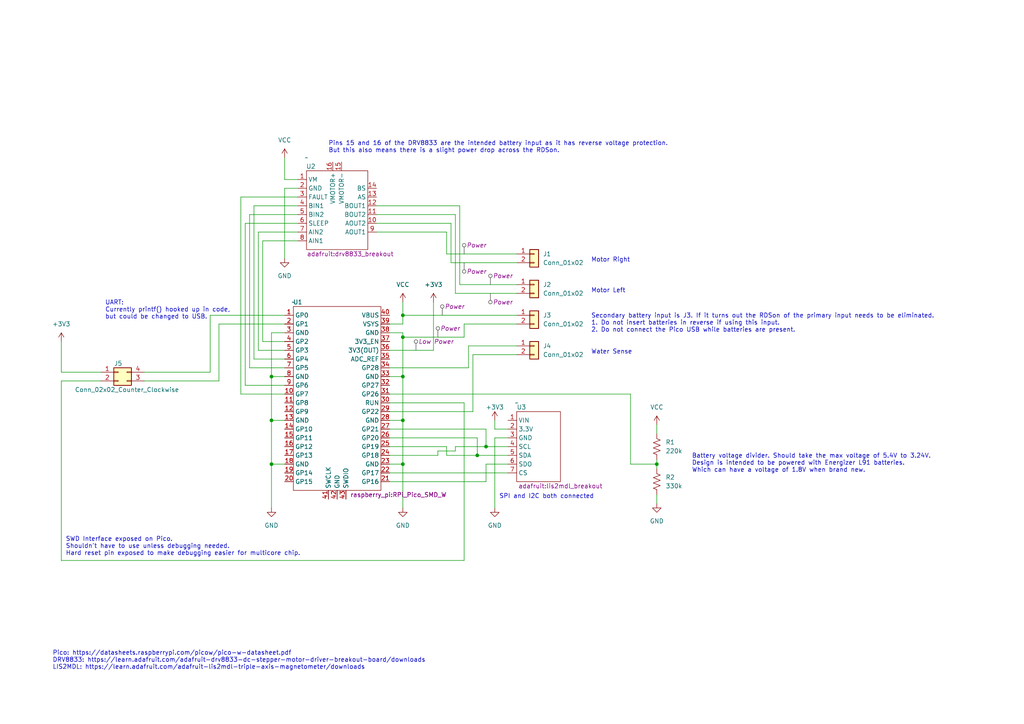
<source format=kicad_sch>
(kicad_sch (version 20230121) (generator eeschema)

  (uuid adb842c0-33ba-4e81-bd0d-80db0bf23605)

  (paper "A4")

  (title_block
    (title "Dancing Duck Carrier Board")
    (date "2024-07-12")
    (rev "Beta")
    (company "Shadow Grove Lab/Seattle Design Nerds")
    (comment 1 "Designer: Josh Erickson")
  )

  (lib_symbols
    (symbol "Connector_Generic:Conn_01x02" (pin_names (offset 1.016) hide) (in_bom yes) (on_board yes)
      (property "Reference" "J" (at 0 2.54 0)
        (effects (font (size 1.27 1.27)))
      )
      (property "Value" "Conn_01x02" (at 0 -5.08 0)
        (effects (font (size 1.27 1.27)))
      )
      (property "Footprint" "" (at 0 0 0)
        (effects (font (size 1.27 1.27)) hide)
      )
      (property "Datasheet" "~" (at 0 0 0)
        (effects (font (size 1.27 1.27)) hide)
      )
      (property "ki_keywords" "connector" (at 0 0 0)
        (effects (font (size 1.27 1.27)) hide)
      )
      (property "ki_description" "Generic connector, single row, 01x02, script generated (kicad-library-utils/schlib/autogen/connector/)" (at 0 0 0)
        (effects (font (size 1.27 1.27)) hide)
      )
      (property "ki_fp_filters" "Connector*:*_1x??_*" (at 0 0 0)
        (effects (font (size 1.27 1.27)) hide)
      )
      (symbol "Conn_01x02_1_1"
        (rectangle (start -1.27 -2.413) (end 0 -2.667)
          (stroke (width 0.1524) (type default))
          (fill (type none))
        )
        (rectangle (start -1.27 0.127) (end 0 -0.127)
          (stroke (width 0.1524) (type default))
          (fill (type none))
        )
        (rectangle (start -1.27 1.27) (end 1.27 -3.81)
          (stroke (width 0.254) (type default))
          (fill (type background))
        )
        (pin passive line (at -5.08 0 0) (length 3.81)
          (name "Pin_1" (effects (font (size 1.27 1.27))))
          (number "1" (effects (font (size 1.27 1.27))))
        )
        (pin passive line (at -5.08 -2.54 0) (length 3.81)
          (name "Pin_2" (effects (font (size 1.27 1.27))))
          (number "2" (effects (font (size 1.27 1.27))))
        )
      )
    )
    (symbol "Connector_Generic:Conn_02x02_Counter_Clockwise" (pin_names (offset 1.016) hide) (in_bom yes) (on_board yes)
      (property "Reference" "J" (at 1.27 2.54 0)
        (effects (font (size 1.27 1.27)))
      )
      (property "Value" "Conn_02x02_Counter_Clockwise" (at 1.27 -5.08 0)
        (effects (font (size 1.27 1.27)))
      )
      (property "Footprint" "" (at 0 0 0)
        (effects (font (size 1.27 1.27)) hide)
      )
      (property "Datasheet" "~" (at 0 0 0)
        (effects (font (size 1.27 1.27)) hide)
      )
      (property "ki_keywords" "connector" (at 0 0 0)
        (effects (font (size 1.27 1.27)) hide)
      )
      (property "ki_description" "Generic connector, double row, 02x02, counter clockwise pin numbering scheme (similar to DIP package numbering), script generated (kicad-library-utils/schlib/autogen/connector/)" (at 0 0 0)
        (effects (font (size 1.27 1.27)) hide)
      )
      (property "ki_fp_filters" "Connector*:*_2x??_*" (at 0 0 0)
        (effects (font (size 1.27 1.27)) hide)
      )
      (symbol "Conn_02x02_Counter_Clockwise_1_1"
        (rectangle (start -1.27 -2.413) (end 0 -2.667)
          (stroke (width 0.1524) (type default))
          (fill (type none))
        )
        (rectangle (start -1.27 0.127) (end 0 -0.127)
          (stroke (width 0.1524) (type default))
          (fill (type none))
        )
        (rectangle (start -1.27 1.27) (end 3.81 -3.81)
          (stroke (width 0.254) (type default))
          (fill (type background))
        )
        (rectangle (start 3.81 -2.413) (end 2.54 -2.667)
          (stroke (width 0.1524) (type default))
          (fill (type none))
        )
        (rectangle (start 3.81 0.127) (end 2.54 -0.127)
          (stroke (width 0.1524) (type default))
          (fill (type none))
        )
        (pin passive line (at -5.08 0 0) (length 3.81)
          (name "Pin_1" (effects (font (size 1.27 1.27))))
          (number "1" (effects (font (size 1.27 1.27))))
        )
        (pin passive line (at -5.08 -2.54 0) (length 3.81)
          (name "Pin_2" (effects (font (size 1.27 1.27))))
          (number "2" (effects (font (size 1.27 1.27))))
        )
        (pin passive line (at 7.62 -2.54 180) (length 3.81)
          (name "Pin_3" (effects (font (size 1.27 1.27))))
          (number "3" (effects (font (size 1.27 1.27))))
        )
        (pin passive line (at 7.62 0 180) (length 3.81)
          (name "Pin_4" (effects (font (size 1.27 1.27))))
          (number "4" (effects (font (size 1.27 1.27))))
        )
      )
    )
    (symbol "Device:R_US" (pin_numbers hide) (pin_names (offset 0)) (in_bom yes) (on_board yes)
      (property "Reference" "R" (at 2.54 0 90)
        (effects (font (size 1.27 1.27)))
      )
      (property "Value" "R_US" (at -2.54 0 90)
        (effects (font (size 1.27 1.27)))
      )
      (property "Footprint" "" (at 1.016 -0.254 90)
        (effects (font (size 1.27 1.27)) hide)
      )
      (property "Datasheet" "~" (at 0 0 0)
        (effects (font (size 1.27 1.27)) hide)
      )
      (property "ki_keywords" "R res resistor" (at 0 0 0)
        (effects (font (size 1.27 1.27)) hide)
      )
      (property "ki_description" "Resistor, US symbol" (at 0 0 0)
        (effects (font (size 1.27 1.27)) hide)
      )
      (property "ki_fp_filters" "R_*" (at 0 0 0)
        (effects (font (size 1.27 1.27)) hide)
      )
      (symbol "R_US_0_1"
        (polyline
          (pts
            (xy 0 -2.286)
            (xy 0 -2.54)
          )
          (stroke (width 0) (type default))
          (fill (type none))
        )
        (polyline
          (pts
            (xy 0 2.286)
            (xy 0 2.54)
          )
          (stroke (width 0) (type default))
          (fill (type none))
        )
        (polyline
          (pts
            (xy 0 -0.762)
            (xy 1.016 -1.143)
            (xy 0 -1.524)
            (xy -1.016 -1.905)
            (xy 0 -2.286)
          )
          (stroke (width 0) (type default))
          (fill (type none))
        )
        (polyline
          (pts
            (xy 0 0.762)
            (xy 1.016 0.381)
            (xy 0 0)
            (xy -1.016 -0.381)
            (xy 0 -0.762)
          )
          (stroke (width 0) (type default))
          (fill (type none))
        )
        (polyline
          (pts
            (xy 0 2.286)
            (xy 1.016 1.905)
            (xy 0 1.524)
            (xy -1.016 1.143)
            (xy 0 0.762)
          )
          (stroke (width 0) (type default))
          (fill (type none))
        )
      )
      (symbol "R_US_1_1"
        (pin passive line (at 0 3.81 270) (length 1.27)
          (name "~" (effects (font (size 1.27 1.27))))
          (number "1" (effects (font (size 1.27 1.27))))
        )
        (pin passive line (at 0 -3.81 90) (length 1.27)
          (name "~" (effects (font (size 1.27 1.27))))
          (number "2" (effects (font (size 1.27 1.27))))
        )
      )
    )
    (symbol "adafruit:drv8833_breakout" (in_bom yes) (on_board yes)
      (property "Reference" "U" (at 0 0 0)
        (effects (font (size 1.27 1.27)))
      )
      (property "Value" "" (at 0 0 0)
        (effects (font (size 1.27 1.27)))
      )
      (property "Footprint" "adafruit:drv8833_breakout" (at 12.7 -27.94 0)
        (effects (font (size 1.27 1.27)) hide)
      )
      (property "Datasheet" "" (at 0 0 0)
        (effects (font (size 1.27 1.27)) hide)
      )
      (symbol "drv8833_breakout_0_1"
        (rectangle (start 0 -3.81) (end 17.78 -26.67)
          (stroke (width 0) (type default))
          (fill (type none))
        )
      )
      (symbol "drv8833_breakout_1_1"
        (pin power_in line (at -2.54 -6.35 0) (length 2.54)
          (name "VM" (effects (font (size 1.27 1.27))))
          (number "1" (effects (font (size 1.27 1.27))))
        )
        (pin output line (at 20.32 -19.05 180) (length 2.54)
          (name "AOUT2" (effects (font (size 1.27 1.27))))
          (number "10" (effects (font (size 1.27 1.27))))
        )
        (pin output line (at 20.32 -16.51 180) (length 2.54)
          (name "BOUT2" (effects (font (size 1.27 1.27))))
          (number "11" (effects (font (size 1.27 1.27))))
        )
        (pin output line (at 20.32 -13.97 180) (length 2.54)
          (name "BOUT1" (effects (font (size 1.27 1.27))))
          (number "12" (effects (font (size 1.27 1.27))))
        )
        (pin output line (at 20.32 -11.43 180) (length 2.54)
          (name "AS" (effects (font (size 1.27 1.27))))
          (number "13" (effects (font (size 1.27 1.27))))
        )
        (pin output line (at 20.32 -8.89 180) (length 2.54)
          (name "BS" (effects (font (size 1.27 1.27))))
          (number "14" (effects (font (size 1.27 1.27))))
        )
        (pin power_in line (at 10.16 -1.27 270) (length 2.54)
          (name "VMOTOR-" (effects (font (size 1.27 1.27))))
          (number "15" (effects (font (size 1.27 1.27))))
        )
        (pin power_in line (at 7.62 -1.27 270) (length 2.54)
          (name "VMOTOR+" (effects (font (size 1.27 1.27))))
          (number "16" (effects (font (size 1.27 1.27))))
        )
        (pin power_in line (at -2.54 -8.89 0) (length 2.54)
          (name "GND" (effects (font (size 1.27 1.27))))
          (number "2" (effects (font (size 1.27 1.27))))
        )
        (pin output line (at -2.54 -11.43 0) (length 2.54)
          (name "FAULT" (effects (font (size 1.27 1.27))))
          (number "3" (effects (font (size 1.27 1.27))))
        )
        (pin input line (at -2.54 -13.97 0) (length 2.54)
          (name "BIN1" (effects (font (size 1.27 1.27))))
          (number "4" (effects (font (size 1.27 1.27))))
        )
        (pin input line (at -2.54 -16.51 0) (length 2.54)
          (name "BIN2" (effects (font (size 1.27 1.27))))
          (number "5" (effects (font (size 1.27 1.27))))
        )
        (pin input line (at -2.54 -19.05 0) (length 2.54)
          (name "SLEEP" (effects (font (size 1.27 1.27))))
          (number "6" (effects (font (size 1.27 1.27))))
        )
        (pin input line (at -2.54 -21.59 0) (length 2.54)
          (name "AIN2" (effects (font (size 1.27 1.27))))
          (number "7" (effects (font (size 1.27 1.27))))
        )
        (pin input line (at -2.54 -24.13 0) (length 2.54)
          (name "AIN1" (effects (font (size 1.27 1.27))))
          (number "8" (effects (font (size 1.27 1.27))))
        )
        (pin output line (at 20.32 -21.59 180) (length 2.54)
          (name "AOUT1" (effects (font (size 1.27 1.27))))
          (number "9" (effects (font (size 1.27 1.27))))
        )
      )
    )
    (symbol "adafruit:lis2mdl_breakout" (in_bom yes) (on_board yes)
      (property "Reference" "U" (at 0 0 0)
        (effects (font (size 1.27 1.27)))
      )
      (property "Value" "" (at 0 0 0)
        (effects (font (size 1.27 1.27)))
      )
      (property "Footprint" "adafruit:lis2mdl_breakout" (at 12.7 -24.13 0)
        (effects (font (size 1.27 1.27)) hide)
      )
      (property "Datasheet" "" (at 0 0 0)
        (effects (font (size 1.27 1.27)) hide)
      )
      (symbol "lis2mdl_breakout_0_1"
        (rectangle (start 0 -2.54) (end 12.7 -22.86)
          (stroke (width 0) (type default))
          (fill (type none))
        )
      )
      (symbol "lis2mdl_breakout_1_1"
        (pin power_in line (at -2.54 -5.08 0) (length 2.54)
          (name "VIN" (effects (font (size 1.27 1.27))))
          (number "1" (effects (font (size 1.27 1.27))))
        )
        (pin power_in line (at -2.54 -7.62 0) (length 2.54)
          (name "3.3V" (effects (font (size 1.27 1.27))))
          (number "2" (effects (font (size 1.27 1.27))))
        )
        (pin power_in line (at -2.54 -10.16 0) (length 2.54)
          (name "GND" (effects (font (size 1.27 1.27))))
          (number "3" (effects (font (size 1.27 1.27))))
        )
        (pin input line (at -2.54 -12.7 0) (length 2.54)
          (name "SCL" (effects (font (size 1.27 1.27))))
          (number "4" (effects (font (size 1.27 1.27))))
        )
        (pin bidirectional line (at -2.54 -15.24 0) (length 2.54)
          (name "SDA" (effects (font (size 1.27 1.27))))
          (number "5" (effects (font (size 1.27 1.27))))
        )
        (pin output line (at -2.54 -17.78 0) (length 2.54)
          (name "SDO" (effects (font (size 1.27 1.27))))
          (number "6" (effects (font (size 1.27 1.27))))
        )
        (pin input line (at -2.54 -20.32 0) (length 2.54)
          (name "CS" (effects (font (size 1.27 1.27))))
          (number "7" (effects (font (size 1.27 1.27))))
        )
      )
    )
    (symbol "power:+3V3" (power) (pin_names (offset 0)) (in_bom yes) (on_board yes)
      (property "Reference" "#PWR" (at 0 -3.81 0)
        (effects (font (size 1.27 1.27)) hide)
      )
      (property "Value" "+3V3" (at 0 3.556 0)
        (effects (font (size 1.27 1.27)))
      )
      (property "Footprint" "" (at 0 0 0)
        (effects (font (size 1.27 1.27)) hide)
      )
      (property "Datasheet" "" (at 0 0 0)
        (effects (font (size 1.27 1.27)) hide)
      )
      (property "ki_keywords" "global power" (at 0 0 0)
        (effects (font (size 1.27 1.27)) hide)
      )
      (property "ki_description" "Power symbol creates a global label with name \"+3V3\"" (at 0 0 0)
        (effects (font (size 1.27 1.27)) hide)
      )
      (symbol "+3V3_0_1"
        (polyline
          (pts
            (xy -0.762 1.27)
            (xy 0 2.54)
          )
          (stroke (width 0) (type default))
          (fill (type none))
        )
        (polyline
          (pts
            (xy 0 0)
            (xy 0 2.54)
          )
          (stroke (width 0) (type default))
          (fill (type none))
        )
        (polyline
          (pts
            (xy 0 2.54)
            (xy 0.762 1.27)
          )
          (stroke (width 0) (type default))
          (fill (type none))
        )
      )
      (symbol "+3V3_1_1"
        (pin power_in line (at 0 0 90) (length 0) hide
          (name "+3V3" (effects (font (size 1.27 1.27))))
          (number "1" (effects (font (size 1.27 1.27))))
        )
      )
    )
    (symbol "power:GND" (power) (pin_names (offset 0)) (in_bom yes) (on_board yes)
      (property "Reference" "#PWR" (at 0 -6.35 0)
        (effects (font (size 1.27 1.27)) hide)
      )
      (property "Value" "GND" (at 0 -3.81 0)
        (effects (font (size 1.27 1.27)))
      )
      (property "Footprint" "" (at 0 0 0)
        (effects (font (size 1.27 1.27)) hide)
      )
      (property "Datasheet" "" (at 0 0 0)
        (effects (font (size 1.27 1.27)) hide)
      )
      (property "ki_keywords" "global power" (at 0 0 0)
        (effects (font (size 1.27 1.27)) hide)
      )
      (property "ki_description" "Power symbol creates a global label with name \"GND\" , ground" (at 0 0 0)
        (effects (font (size 1.27 1.27)) hide)
      )
      (symbol "GND_0_1"
        (polyline
          (pts
            (xy 0 0)
            (xy 0 -1.27)
            (xy 1.27 -1.27)
            (xy 0 -2.54)
            (xy -1.27 -1.27)
            (xy 0 -1.27)
          )
          (stroke (width 0) (type default))
          (fill (type none))
        )
      )
      (symbol "GND_1_1"
        (pin power_in line (at 0 0 270) (length 0) hide
          (name "GND" (effects (font (size 1.27 1.27))))
          (number "1" (effects (font (size 1.27 1.27))))
        )
      )
    )
    (symbol "power:VCC" (power) (pin_names (offset 0)) (in_bom yes) (on_board yes)
      (property "Reference" "#PWR" (at 0 -3.81 0)
        (effects (font (size 1.27 1.27)) hide)
      )
      (property "Value" "VCC" (at 0 3.81 0)
        (effects (font (size 1.27 1.27)))
      )
      (property "Footprint" "" (at 0 0 0)
        (effects (font (size 1.27 1.27)) hide)
      )
      (property "Datasheet" "" (at 0 0 0)
        (effects (font (size 1.27 1.27)) hide)
      )
      (property "ki_keywords" "global power" (at 0 0 0)
        (effects (font (size 1.27 1.27)) hide)
      )
      (property "ki_description" "Power symbol creates a global label with name \"VCC\"" (at 0 0 0)
        (effects (font (size 1.27 1.27)) hide)
      )
      (symbol "VCC_0_1"
        (polyline
          (pts
            (xy -0.762 1.27)
            (xy 0 2.54)
          )
          (stroke (width 0) (type default))
          (fill (type none))
        )
        (polyline
          (pts
            (xy 0 0)
            (xy 0 2.54)
          )
          (stroke (width 0) (type default))
          (fill (type none))
        )
        (polyline
          (pts
            (xy 0 2.54)
            (xy 0.762 1.27)
          )
          (stroke (width 0) (type default))
          (fill (type none))
        )
      )
      (symbol "VCC_1_1"
        (pin power_in line (at 0 0 90) (length 0) hide
          (name "VCC" (effects (font (size 1.27 1.27))))
          (number "1" (effects (font (size 1.27 1.27))))
        )
      )
    )
    (symbol "raspberry_pi:pico_w" (in_bom yes) (on_board yes)
      (property "Reference" "U" (at 0 0 0)
        (effects (font (size 1.27 1.27)))
      )
      (property "Value" "" (at 0 0 0)
        (effects (font (size 1.27 1.27)))
      )
      (property "Footprint" "raspberry_pi:RPi_Pico_SMD_W" (at 31.75 -55.88 0)
        (effects (font (size 1.27 1.27)) hide)
      )
      (property "Datasheet" "" (at 0 0 0)
        (effects (font (size 1.27 1.27)) hide)
      )
      (symbol "pico_w_1_1"
        (rectangle (start 0 -1.27) (end 25.4 -54.61)
          (stroke (width 0) (type default))
          (fill (type none))
        )
        (pin bidirectional line (at -2.54 -3.81 0) (length 2.54)
          (name "GP0" (effects (font (size 1.27 1.27))))
          (number "1" (effects (font (size 1.27 1.27))))
        )
        (pin bidirectional line (at -2.54 -26.67 0) (length 2.54)
          (name "GP7" (effects (font (size 1.27 1.27))))
          (number "10" (effects (font (size 1.27 1.27))))
        )
        (pin bidirectional line (at -2.54 -29.21 0) (length 2.54)
          (name "GP8" (effects (font (size 1.27 1.27))))
          (number "11" (effects (font (size 1.27 1.27))))
        )
        (pin bidirectional line (at -2.54 -31.75 0) (length 2.54)
          (name "GP9" (effects (font (size 1.27 1.27))))
          (number "12" (effects (font (size 1.27 1.27))))
        )
        (pin power_in line (at -2.54 -34.29 0) (length 2.54)
          (name "GND" (effects (font (size 1.27 1.27))))
          (number "13" (effects (font (size 1.27 1.27))))
        )
        (pin bidirectional line (at -2.54 -36.83 0) (length 2.54)
          (name "GP10" (effects (font (size 1.27 1.27))))
          (number "14" (effects (font (size 1.27 1.27))))
        )
        (pin bidirectional line (at -2.54 -39.37 0) (length 2.54)
          (name "GP11" (effects (font (size 1.27 1.27))))
          (number "15" (effects (font (size 1.27 1.27))))
        )
        (pin bidirectional line (at -2.54 -41.91 0) (length 2.54)
          (name "GP12" (effects (font (size 1.27 1.27))))
          (number "16" (effects (font (size 1.27 1.27))))
        )
        (pin bidirectional line (at -2.54 -44.45 0) (length 2.54)
          (name "GP13" (effects (font (size 1.27 1.27))))
          (number "17" (effects (font (size 1.27 1.27))))
        )
        (pin power_in line (at -2.54 -46.99 0) (length 2.54)
          (name "GND" (effects (font (size 1.27 1.27))))
          (number "18" (effects (font (size 1.27 1.27))))
        )
        (pin bidirectional line (at -2.54 -49.53 0) (length 2.54)
          (name "GP14" (effects (font (size 1.27 1.27))))
          (number "19" (effects (font (size 1.27 1.27))))
        )
        (pin bidirectional line (at -2.54 -6.35 0) (length 2.54)
          (name "GP1" (effects (font (size 1.27 1.27))))
          (number "2" (effects (font (size 1.27 1.27))))
        )
        (pin bidirectional line (at -2.54 -52.07 0) (length 2.54)
          (name "GP15" (effects (font (size 1.27 1.27))))
          (number "20" (effects (font (size 1.27 1.27))))
        )
        (pin bidirectional line (at 27.94 -52.07 180) (length 2.54)
          (name "GP16" (effects (font (size 1.27 1.27))))
          (number "21" (effects (font (size 1.27 1.27))))
        )
        (pin bidirectional line (at 27.94 -49.53 180) (length 2.54)
          (name "GP17" (effects (font (size 1.27 1.27))))
          (number "22" (effects (font (size 1.27 1.27))))
        )
        (pin power_in line (at 27.94 -46.99 180) (length 2.54)
          (name "GND" (effects (font (size 1.27 1.27))))
          (number "23" (effects (font (size 1.27 1.27))))
        )
        (pin bidirectional line (at 27.94 -44.45 180) (length 2.54)
          (name "GP18" (effects (font (size 1.27 1.27))))
          (number "24" (effects (font (size 1.27 1.27))))
        )
        (pin bidirectional line (at 27.94 -41.91 180) (length 2.54)
          (name "GP19" (effects (font (size 1.27 1.27))))
          (number "25" (effects (font (size 1.27 1.27))))
        )
        (pin bidirectional line (at 27.94 -39.37 180) (length 2.54)
          (name "GP20" (effects (font (size 1.27 1.27))))
          (number "26" (effects (font (size 1.27 1.27))))
        )
        (pin bidirectional line (at 27.94 -36.83 180) (length 2.54)
          (name "GP21" (effects (font (size 1.27 1.27))))
          (number "27" (effects (font (size 1.27 1.27))))
        )
        (pin power_in line (at 27.94 -34.29 180) (length 2.54)
          (name "GND" (effects (font (size 1.27 1.27))))
          (number "28" (effects (font (size 1.27 1.27))))
        )
        (pin bidirectional line (at 27.94 -31.75 180) (length 2.54)
          (name "GP22" (effects (font (size 1.27 1.27))))
          (number "29" (effects (font (size 1.27 1.27))))
        )
        (pin power_in line (at -2.54 -8.89 0) (length 2.54)
          (name "GND" (effects (font (size 1.27 1.27))))
          (number "3" (effects (font (size 1.27 1.27))))
        )
        (pin input line (at 27.94 -29.21 180) (length 2.54)
          (name "RUN" (effects (font (size 1.27 1.27))))
          (number "30" (effects (font (size 1.27 1.27))))
        )
        (pin bidirectional line (at 27.94 -26.67 180) (length 2.54)
          (name "GP26" (effects (font (size 1.27 1.27))))
          (number "31" (effects (font (size 1.27 1.27))))
        )
        (pin bidirectional line (at 27.94 -24.13 180) (length 2.54)
          (name "GP27" (effects (font (size 1.27 1.27))))
          (number "32" (effects (font (size 1.27 1.27))))
        )
        (pin power_in line (at 27.94 -21.59 180) (length 2.54)
          (name "GND" (effects (font (size 1.27 1.27))))
          (number "33" (effects (font (size 1.27 1.27))))
        )
        (pin bidirectional line (at 27.94 -19.05 180) (length 2.54)
          (name "GP28" (effects (font (size 1.27 1.27))))
          (number "34" (effects (font (size 1.27 1.27))))
        )
        (pin input line (at 27.94 -16.51 180) (length 2.54)
          (name "ADC_REF" (effects (font (size 1.27 1.27))))
          (number "35" (effects (font (size 1.27 1.27))))
        )
        (pin power_out line (at 27.94 -13.97 180) (length 2.54)
          (name "3V3(OUT)" (effects (font (size 1.27 1.27))))
          (number "36" (effects (font (size 1.27 1.27))))
        )
        (pin input line (at 27.94 -11.43 180) (length 2.54)
          (name "3V3_EN" (effects (font (size 1.27 1.27))))
          (number "37" (effects (font (size 1.27 1.27))))
        )
        (pin power_in line (at 27.94 -8.89 180) (length 2.54)
          (name "GND" (effects (font (size 1.27 1.27))))
          (number "38" (effects (font (size 1.27 1.27))))
        )
        (pin power_in line (at 27.94 -6.35 180) (length 2.54)
          (name "VSYS" (effects (font (size 1.27 1.27))))
          (number "39" (effects (font (size 1.27 1.27))))
        )
        (pin bidirectional line (at -2.54 -11.43 0) (length 2.54)
          (name "GP2" (effects (font (size 1.27 1.27))))
          (number "4" (effects (font (size 1.27 1.27))))
        )
        (pin power_out line (at 27.94 -3.81 180) (length 2.54)
          (name "VBUS" (effects (font (size 1.27 1.27))))
          (number "40" (effects (font (size 1.27 1.27))))
        )
        (pin bidirectional line (at 10.16 -57.15 90) (length 2.54)
          (name "SWCLK" (effects (font (size 1.27 1.27))))
          (number "41" (effects (font (size 1.27 1.27))))
        )
        (pin power_in line (at 12.7 -57.15 90) (length 2.54)
          (name "GND" (effects (font (size 1.27 1.27))))
          (number "42" (effects (font (size 1.27 1.27))))
        )
        (pin bidirectional line (at 15.24 -57.15 90) (length 2.54)
          (name "SWDIO" (effects (font (size 1.27 1.27))))
          (number "43" (effects (font (size 1.27 1.27))))
        )
        (pin bidirectional line (at -2.54 -13.97 0) (length 2.54)
          (name "GP3" (effects (font (size 1.27 1.27))))
          (number "5" (effects (font (size 1.27 1.27))))
        )
        (pin bidirectional line (at -2.54 -16.51 0) (length 2.54)
          (name "GP4" (effects (font (size 1.27 1.27))))
          (number "6" (effects (font (size 1.27 1.27))))
        )
        (pin bidirectional line (at -2.54 -19.05 0) (length 2.54)
          (name "GP5" (effects (font (size 1.27 1.27))))
          (number "7" (effects (font (size 1.27 1.27))))
        )
        (pin power_in line (at -2.54 -21.59 0) (length 2.54)
          (name "GND" (effects (font (size 1.27 1.27))))
          (number "8" (effects (font (size 1.27 1.27))))
        )
        (pin bidirectional line (at -2.54 -24.13 0) (length 2.54)
          (name "GP6" (effects (font (size 1.27 1.27))))
          (number "9" (effects (font (size 1.27 1.27))))
        )
      )
    )
  )

  (junction (at 78.74 121.92) (diameter 0) (color 0 0 0 0)
    (uuid 063e22ec-32f2-410e-ba5b-8e8ebf3509b6)
  )
  (junction (at 140.97 129.54) (diameter 0) (color 0 0 0 0)
    (uuid 2a70ee66-47df-4d95-ac3a-ad78ebe603f8)
  )
  (junction (at 116.84 109.22) (diameter 0) (color 0 0 0 0)
    (uuid 361ac8aa-cce5-41af-abf9-da07bab6246c)
  )
  (junction (at 78.74 109.22) (diameter 0) (color 0 0 0 0)
    (uuid 4b3eb274-adc8-45be-ae2a-8adc5b70b2e7)
  )
  (junction (at 78.74 134.62) (diameter 0) (color 0 0 0 0)
    (uuid 8a113d15-97ab-43aa-8a2f-f1810101b796)
  )
  (junction (at 116.84 121.92) (diameter 0) (color 0 0 0 0)
    (uuid 9e8a02e3-128b-4aec-bf42-02d46b4ef43a)
  )
  (junction (at 190.5 134.62) (diameter 0) (color 0 0 0 0)
    (uuid b0835425-30be-4b22-9da0-29fddf518cbb)
  )
  (junction (at 116.84 91.44) (diameter 0) (color 0 0 0 0)
    (uuid b96dae11-03ad-4fcc-a157-ff2fb2311342)
  )
  (junction (at 138.43 132.08) (diameter 0) (color 0 0 0 0)
    (uuid d8cd65a0-cfed-4579-8278-3ca33bb21ee3)
  )
  (junction (at 116.84 97.79) (diameter 0) (color 0 0 0 0)
    (uuid fd269d65-c204-4b09-9931-aa8dc8433760)
  )
  (junction (at 116.84 134.62) (diameter 0) (color 0 0 0 0)
    (uuid fe3a9436-d9b4-403f-ba55-745c0ffed912)
  )

  (wire (pts (xy 86.36 52.07) (xy 82.55 52.07))
    (stroke (width 0) (type default))
    (uuid 064d6dd8-af9e-4469-9d5c-47c2b2bcc5b9)
  )
  (wire (pts (xy 113.03 139.7) (xy 140.97 139.7))
    (stroke (width 0) (type default))
    (uuid 06769554-92ee-497c-8d93-fb0f13413956)
  )
  (wire (pts (xy 113.03 124.46) (xy 140.97 124.46))
    (stroke (width 0) (type default))
    (uuid 06a1003b-2fed-49c2-b85e-32dd8c150a4d)
  )
  (wire (pts (xy 113.03 114.3) (xy 182.88 114.3))
    (stroke (width 0) (type default))
    (uuid 0717fa8d-3903-471e-b547-97946456d0a8)
  )
  (wire (pts (xy 134.62 162.56) (xy 134.62 116.84))
    (stroke (width 0) (type default))
    (uuid 07a7fea6-f447-4fea-b97f-97f09e33d955)
  )
  (wire (pts (xy 78.74 109.22) (xy 78.74 121.92))
    (stroke (width 0) (type default))
    (uuid 07cffcf1-8599-4c6b-b484-854e9e5c390c)
  )
  (wire (pts (xy 113.03 101.6) (xy 125.73 101.6))
    (stroke (width 0) (type default))
    (uuid 0c4df8d8-0d8b-4900-888f-21a113ea78ec)
  )
  (wire (pts (xy 127 132.08) (xy 127 130.81))
    (stroke (width 0) (type default))
    (uuid 0e84c37a-b1aa-4f1f-b06b-efd63f0a45df)
  )
  (wire (pts (xy 113.03 134.62) (xy 116.84 134.62))
    (stroke (width 0) (type default))
    (uuid 0fca7e1b-a111-4ba1-80a9-48e89fc67615)
  )
  (wire (pts (xy 143.51 124.46) (xy 147.32 124.46))
    (stroke (width 0) (type default))
    (uuid 10383359-282d-4334-9710-1f46b5966ad5)
  )
  (wire (pts (xy 71.12 111.76) (xy 71.12 64.77))
    (stroke (width 0) (type default))
    (uuid 179cee77-934a-4e25-965c-7b83535304f6)
  )
  (wire (pts (xy 60.96 91.44) (xy 82.55 91.44))
    (stroke (width 0) (type default))
    (uuid 180ca4d7-596d-4118-b6e8-75b586b21032)
  )
  (wire (pts (xy 129.54 132.08) (xy 138.43 132.08))
    (stroke (width 0) (type default))
    (uuid 19080d06-a20e-45ed-907f-0ca437f5f963)
  )
  (wire (pts (xy 132.08 130.81) (xy 132.08 129.54))
    (stroke (width 0) (type default))
    (uuid 1a3b4d2b-1e69-4b23-ae17-fb6ad7b87709)
  )
  (wire (pts (xy 109.22 59.69) (xy 133.35 59.69))
    (stroke (width 0) (type default))
    (uuid 1adc8e7a-7e08-4216-8a0a-50aba06d16a1)
  )
  (wire (pts (xy 182.88 134.62) (xy 190.5 134.62))
    (stroke (width 0) (type default))
    (uuid 1b61b9ae-a4eb-46d8-b53e-0fcee3d4e362)
  )
  (wire (pts (xy 190.5 133.35) (xy 190.5 134.62))
    (stroke (width 0) (type default))
    (uuid 1d137ad5-cfec-4eb6-86af-4f94ed3f3598)
  )
  (wire (pts (xy 147.32 127) (xy 143.51 127))
    (stroke (width 0) (type default))
    (uuid 1ecc165d-faa4-45d0-928d-dccb334e421a)
  )
  (wire (pts (xy 132.08 129.54) (xy 140.97 129.54))
    (stroke (width 0) (type default))
    (uuid 20061d62-e601-4d68-a657-995b41f35baa)
  )
  (wire (pts (xy 82.55 106.68) (xy 72.39 106.68))
    (stroke (width 0) (type default))
    (uuid 22470e6f-d298-4232-8307-ef8cb450bcb9)
  )
  (wire (pts (xy 132.08 62.23) (xy 132.08 85.09))
    (stroke (width 0) (type default))
    (uuid 23b87f79-b952-45c1-86ce-f1d64c577421)
  )
  (wire (pts (xy 133.35 82.55) (xy 149.86 82.55))
    (stroke (width 0) (type default))
    (uuid 27b22466-0488-48f6-ae50-2c4196bba3c6)
  )
  (wire (pts (xy 116.84 91.44) (xy 149.86 91.44))
    (stroke (width 0) (type default))
    (uuid 2f53eea6-2398-4eb2-b7e6-b4f6d84fd85b)
  )
  (wire (pts (xy 71.12 64.77) (xy 86.36 64.77))
    (stroke (width 0) (type default))
    (uuid 3149997d-ad1e-4230-aad0-dd614c780ae7)
  )
  (wire (pts (xy 113.03 129.54) (xy 129.54 129.54))
    (stroke (width 0) (type default))
    (uuid 346f7708-bd56-4498-96d9-dc1d7937d9bf)
  )
  (wire (pts (xy 78.74 134.62) (xy 78.74 147.32))
    (stroke (width 0) (type default))
    (uuid 347dd2cf-e47e-449c-b313-20bae5a5c902)
  )
  (wire (pts (xy 41.91 110.49) (xy 63.5 110.49))
    (stroke (width 0) (type default))
    (uuid 3721b959-e563-47d1-8fc2-6bb759da37ce)
  )
  (wire (pts (xy 82.55 99.06) (xy 76.2 99.06))
    (stroke (width 0) (type default))
    (uuid 3ba34986-785e-409a-b2f3-54c1481330c2)
  )
  (wire (pts (xy 17.78 107.95) (xy 17.78 99.06))
    (stroke (width 0) (type default))
    (uuid 3bcf0f67-0ff1-42e2-ade0-123eacd02526)
  )
  (wire (pts (xy 72.39 62.23) (xy 86.36 62.23))
    (stroke (width 0) (type default))
    (uuid 3bf89a8d-70a7-4fa9-aae5-ba2bd32a9c82)
  )
  (wire (pts (xy 134.62 93.98) (xy 134.62 97.79))
    (stroke (width 0) (type default))
    (uuid 3e907d41-8df6-4062-bb91-18a5dc6b5fce)
  )
  (wire (pts (xy 82.55 54.61) (xy 86.36 54.61))
    (stroke (width 0) (type default))
    (uuid 3fe7e553-8254-493d-8e2b-7f97ec0dc34a)
  )
  (wire (pts (xy 116.84 134.62) (xy 116.84 147.32))
    (stroke (width 0) (type default))
    (uuid 4155ab17-8128-4664-8549-e6554344f6e1)
  )
  (wire (pts (xy 182.88 114.3) (xy 182.88 134.62))
    (stroke (width 0) (type default))
    (uuid 425dd525-b3a5-4d01-a755-f46b46d775a6)
  )
  (wire (pts (xy 116.84 109.22) (xy 116.84 121.92))
    (stroke (width 0) (type default))
    (uuid 432869a9-6ebb-43ca-b42c-af85c8aa8dd8)
  )
  (wire (pts (xy 113.03 127) (xy 138.43 127))
    (stroke (width 0) (type default))
    (uuid 4a3159f4-730f-4b15-a622-1e36c3f7dc97)
  )
  (wire (pts (xy 113.03 96.52) (xy 116.84 96.52))
    (stroke (width 0) (type default))
    (uuid 4a6a85d6-1cb7-4f0f-9064-996250a2df45)
  )
  (wire (pts (xy 76.2 99.06) (xy 76.2 69.85))
    (stroke (width 0) (type default))
    (uuid 4ad6b1f2-25b3-46f6-b35e-59fc1f437f19)
  )
  (wire (pts (xy 133.35 59.69) (xy 133.35 82.55))
    (stroke (width 0) (type default))
    (uuid 4b92480b-45cd-4f09-a5de-a437bd1a74c1)
  )
  (wire (pts (xy 190.5 123.19) (xy 190.5 125.73))
    (stroke (width 0) (type default))
    (uuid 500295e6-df8c-44a4-bc84-43bd7a14c614)
  )
  (wire (pts (xy 129.54 67.31) (xy 129.54 73.66))
    (stroke (width 0) (type default))
    (uuid 5137abf8-49d3-45f2-9bd1-328626fd62b6)
  )
  (wire (pts (xy 73.66 59.69) (xy 86.36 59.69))
    (stroke (width 0) (type default))
    (uuid 51d16187-2724-49d4-ba2a-297a66ddbb70)
  )
  (wire (pts (xy 140.97 129.54) (xy 147.32 129.54))
    (stroke (width 0) (type default))
    (uuid 59a637c9-d4a3-4317-b502-df0953a69b9a)
  )
  (wire (pts (xy 140.97 124.46) (xy 140.97 129.54))
    (stroke (width 0) (type default))
    (uuid 59ea62e7-f14a-4eb9-ac9f-20b7a17154f8)
  )
  (wire (pts (xy 116.84 96.52) (xy 116.84 97.79))
    (stroke (width 0) (type default))
    (uuid 5c6cf968-2097-4626-9916-9b5362457709)
  )
  (wire (pts (xy 41.91 107.95) (xy 60.96 107.95))
    (stroke (width 0) (type default))
    (uuid 5e340e14-8980-4aff-8d74-b52682e3e5dc)
  )
  (wire (pts (xy 138.43 127) (xy 138.43 132.08))
    (stroke (width 0) (type default))
    (uuid 65503e67-7925-4f74-bcab-ff413d984430)
  )
  (wire (pts (xy 109.22 64.77) (xy 130.81 64.77))
    (stroke (width 0) (type default))
    (uuid 6574450d-2987-4eea-b602-8c68b3753fe3)
  )
  (wire (pts (xy 134.62 97.79) (xy 116.84 97.79))
    (stroke (width 0) (type default))
    (uuid 6de438b3-e283-44dd-bb37-93aab18494a4)
  )
  (wire (pts (xy 73.66 104.14) (xy 73.66 59.69))
    (stroke (width 0) (type default))
    (uuid 6f40f9b4-c83c-45cd-9e46-33073ec757e2)
  )
  (wire (pts (xy 130.81 76.2) (xy 149.86 76.2))
    (stroke (width 0) (type default))
    (uuid 70a824e2-5282-4856-b89d-0a2e82a1858c)
  )
  (wire (pts (xy 82.55 104.14) (xy 73.66 104.14))
    (stroke (width 0) (type default))
    (uuid 71eb39d9-253d-44ea-a1a2-c6ad66536707)
  )
  (wire (pts (xy 113.03 93.98) (xy 116.84 93.98))
    (stroke (width 0) (type default))
    (uuid 7562a99d-1d6a-42d1-9b6c-4beab0c068db)
  )
  (wire (pts (xy 140.97 134.62) (xy 147.32 134.62))
    (stroke (width 0) (type default))
    (uuid 7617dc42-0d93-4db8-9f70-c131e9755ac9)
  )
  (wire (pts (xy 17.78 107.95) (xy 29.21 107.95))
    (stroke (width 0) (type default))
    (uuid 76bf88e9-4d47-4f37-b014-5c5a37866149)
  )
  (wire (pts (xy 143.51 124.46) (xy 143.51 121.92))
    (stroke (width 0) (type default))
    (uuid 778473c9-280c-449e-bf6e-66b0199d2a08)
  )
  (wire (pts (xy 137.16 102.87) (xy 149.86 102.87))
    (stroke (width 0) (type default))
    (uuid 7df57703-1bcc-4a11-af97-28e7a6172d0b)
  )
  (wire (pts (xy 149.86 93.98) (xy 134.62 93.98))
    (stroke (width 0) (type default))
    (uuid 80a1cf19-eaee-493d-80f5-2c6b9461cd7a)
  )
  (wire (pts (xy 82.55 109.22) (xy 78.74 109.22))
    (stroke (width 0) (type default))
    (uuid 8207c59b-6779-46e7-b3f1-31b2ae2ea993)
  )
  (wire (pts (xy 109.22 67.31) (xy 129.54 67.31))
    (stroke (width 0) (type default))
    (uuid 8224259b-b798-4961-969d-da27feba7704)
  )
  (wire (pts (xy 113.03 121.92) (xy 116.84 121.92))
    (stroke (width 0) (type default))
    (uuid 82898af9-f0d0-4780-9851-acd4611b9435)
  )
  (wire (pts (xy 127 130.81) (xy 132.08 130.81))
    (stroke (width 0) (type default))
    (uuid 82a9c8c0-ff1f-44ff-9afc-43f597b91264)
  )
  (wire (pts (xy 60.96 107.95) (xy 60.96 91.44))
    (stroke (width 0) (type default))
    (uuid 86df0102-55ba-42fa-bd3e-71398428e125)
  )
  (wire (pts (xy 135.89 106.68) (xy 135.89 100.33))
    (stroke (width 0) (type default))
    (uuid 87a1b10e-f0b8-4df9-ba4a-82f95d64fdfa)
  )
  (wire (pts (xy 78.74 121.92) (xy 78.74 134.62))
    (stroke (width 0) (type default))
    (uuid 88f9d2cc-15ef-4d2a-9729-58278421c3ad)
  )
  (wire (pts (xy 116.84 97.79) (xy 116.84 109.22))
    (stroke (width 0) (type default))
    (uuid 891c5e1d-282b-41ee-89c8-254b3cb80389)
  )
  (wire (pts (xy 116.84 121.92) (xy 116.84 134.62))
    (stroke (width 0) (type default))
    (uuid 8b7d5307-ddbf-43c3-9fc4-176ac673cfc6)
  )
  (wire (pts (xy 138.43 132.08) (xy 147.32 132.08))
    (stroke (width 0) (type default))
    (uuid 8c81edb6-f78c-4e87-9e0e-229a1bedbeef)
  )
  (wire (pts (xy 113.03 119.38) (xy 137.16 119.38))
    (stroke (width 0) (type default))
    (uuid 939c8c98-41ce-46ed-8248-f1b7067ea31f)
  )
  (wire (pts (xy 72.39 106.68) (xy 72.39 62.23))
    (stroke (width 0) (type default))
    (uuid 95d00e0c-258a-4cab-9f03-8a93f91fd099)
  )
  (wire (pts (xy 74.93 101.6) (xy 74.93 67.31))
    (stroke (width 0) (type default))
    (uuid 9ad98aa2-cc9a-4c5e-9b44-0ea7e3869d27)
  )
  (wire (pts (xy 190.5 134.62) (xy 190.5 135.89))
    (stroke (width 0) (type default))
    (uuid 9c8ed322-7704-4241-86d0-7280bb548d0e)
  )
  (wire (pts (xy 63.5 93.98) (xy 82.55 93.98))
    (stroke (width 0) (type default))
    (uuid 9ec226b0-63c3-49c0-b919-035f28dd807d)
  )
  (wire (pts (xy 143.51 127) (xy 143.51 147.32))
    (stroke (width 0) (type default))
    (uuid a0eea1bf-c38b-4cc3-aa47-2647d2a634a8)
  )
  (wire (pts (xy 82.55 114.3) (xy 69.85 114.3))
    (stroke (width 0) (type default))
    (uuid a204ac7d-4446-496f-ab75-f0f186971a43)
  )
  (wire (pts (xy 69.85 57.15) (xy 86.36 57.15))
    (stroke (width 0) (type default))
    (uuid a2c7af7d-14e8-4933-9380-2433e9dccf4d)
  )
  (wire (pts (xy 76.2 69.85) (xy 86.36 69.85))
    (stroke (width 0) (type default))
    (uuid a3613034-1e9a-4fc9-b5f2-9bca080afd56)
  )
  (wire (pts (xy 63.5 93.98) (xy 63.5 110.49))
    (stroke (width 0) (type default))
    (uuid a394decd-7dae-426f-bd3e-0f78f05fbb55)
  )
  (wire (pts (xy 82.55 134.62) (xy 78.74 134.62))
    (stroke (width 0) (type default))
    (uuid a58dedde-6502-4b8c-a0c6-6864b6159f36)
  )
  (wire (pts (xy 17.78 162.56) (xy 17.78 110.49))
    (stroke (width 0) (type default))
    (uuid a68e6632-9b63-4e12-b0aa-48cbf483b6f1)
  )
  (wire (pts (xy 116.84 93.98) (xy 116.84 91.44))
    (stroke (width 0) (type default))
    (uuid a6c72bcc-c460-44ef-9e68-fc3c0aa885bc)
  )
  (wire (pts (xy 113.03 109.22) (xy 116.84 109.22))
    (stroke (width 0) (type default))
    (uuid a7b242fb-1d54-4066-96a2-2db78bdad580)
  )
  (wire (pts (xy 135.89 100.33) (xy 149.86 100.33))
    (stroke (width 0) (type default))
    (uuid a7e546b3-3f4a-4907-b509-6a45e03e42f8)
  )
  (wire (pts (xy 78.74 96.52) (xy 78.74 109.22))
    (stroke (width 0) (type default))
    (uuid b1e8e598-03ee-4306-88f5-783bfaa3f679)
  )
  (wire (pts (xy 129.54 129.54) (xy 129.54 132.08))
    (stroke (width 0) (type default))
    (uuid b5924ef2-a733-4001-9c51-6c4e7ff72548)
  )
  (wire (pts (xy 132.08 85.09) (xy 149.86 85.09))
    (stroke (width 0) (type default))
    (uuid b9f50cff-0166-4241-8da9-9b57ea949e74)
  )
  (wire (pts (xy 82.55 96.52) (xy 78.74 96.52))
    (stroke (width 0) (type default))
    (uuid baca6f2c-61fe-43d0-be86-43d57056e905)
  )
  (wire (pts (xy 113.03 132.08) (xy 127 132.08))
    (stroke (width 0) (type default))
    (uuid c0980c9c-1a39-44e6-85c0-897862c306ea)
  )
  (wire (pts (xy 69.85 114.3) (xy 69.85 57.15))
    (stroke (width 0) (type default))
    (uuid c7af8bf6-c705-4648-826d-bf13657cbb79)
  )
  (wire (pts (xy 113.03 106.68) (xy 135.89 106.68))
    (stroke (width 0) (type default))
    (uuid c85289f7-2ae0-46c5-a665-05a51d54c87d)
  )
  (wire (pts (xy 134.62 116.84) (xy 113.03 116.84))
    (stroke (width 0) (type default))
    (uuid cb05e805-6f87-4755-8dc6-9b50872c1d09)
  )
  (wire (pts (xy 82.55 101.6) (xy 74.93 101.6))
    (stroke (width 0) (type default))
    (uuid ce43427d-15e6-45f9-b8e6-f06a18e6c28d)
  )
  (wire (pts (xy 125.73 101.6) (xy 125.73 87.63))
    (stroke (width 0) (type default))
    (uuid cfb7d489-cc5e-4610-b761-f8778f2f609a)
  )
  (wire (pts (xy 109.22 62.23) (xy 132.08 62.23))
    (stroke (width 0) (type default))
    (uuid d0515973-b671-4176-b19e-e10288f22ca3)
  )
  (wire (pts (xy 116.84 91.44) (xy 116.84 87.63))
    (stroke (width 0) (type default))
    (uuid d49f6798-c852-4036-8e13-b0130c41ac3f)
  )
  (wire (pts (xy 17.78 162.56) (xy 134.62 162.56))
    (stroke (width 0) (type default))
    (uuid db5eef00-1b4e-4e16-8b3c-f1cbe1196b66)
  )
  (wire (pts (xy 140.97 139.7) (xy 140.97 134.62))
    (stroke (width 0) (type default))
    (uuid dd76b072-c6fb-4f7d-831e-b6ae61b2dfad)
  )
  (wire (pts (xy 82.55 52.07) (xy 82.55 45.72))
    (stroke (width 0) (type default))
    (uuid ddbca013-2c7f-45b2-9b6e-4025fa53c945)
  )
  (wire (pts (xy 82.55 121.92) (xy 78.74 121.92))
    (stroke (width 0) (type default))
    (uuid e05dd38b-4352-4888-b298-8976e01636dd)
  )
  (wire (pts (xy 113.03 137.16) (xy 147.32 137.16))
    (stroke (width 0) (type default))
    (uuid e2406eaa-3a92-4aec-8950-1f88d5e405ec)
  )
  (wire (pts (xy 190.5 143.51) (xy 190.5 146.05))
    (stroke (width 0) (type default))
    (uuid e3e0c5b7-e10c-4021-bf47-d1bbd42326da)
  )
  (wire (pts (xy 137.16 119.38) (xy 137.16 102.87))
    (stroke (width 0) (type default))
    (uuid e3e4f33a-dbfa-4ea1-ad63-8dc9fc29b04a)
  )
  (wire (pts (xy 82.55 54.61) (xy 82.55 74.93))
    (stroke (width 0) (type default))
    (uuid e4278ba0-eb82-40f0-9b99-16f9803b1189)
  )
  (wire (pts (xy 129.54 73.66) (xy 149.86 73.66))
    (stroke (width 0) (type default))
    (uuid e9b9c652-7f9e-4bb4-a88e-a3804cfa6c32)
  )
  (wire (pts (xy 82.55 111.76) (xy 71.12 111.76))
    (stroke (width 0) (type default))
    (uuid f0c81b9a-f781-4f9e-a2a6-ecb370f1a725)
  )
  (wire (pts (xy 74.93 67.31) (xy 86.36 67.31))
    (stroke (width 0) (type default))
    (uuid f149ed4e-f8e6-425c-84b2-7dbad9746df1)
  )
  (wire (pts (xy 17.78 110.49) (xy 29.21 110.49))
    (stroke (width 0) (type default))
    (uuid f1b9c109-4343-4c99-a21d-4e15c3fc300c)
  )
  (wire (pts (xy 130.81 64.77) (xy 130.81 76.2))
    (stroke (width 0) (type default))
    (uuid fad9bb1d-f835-445a-84f3-3b5b9fd318d0)
  )

  (text "Motor Right" (at 171.45 76.2 0)
    (effects (font (size 1.27 1.27)) (justify left bottom))
    (uuid 018189e2-8a45-4dbb-9d9c-45d1b436b698)
  )
  (text "Motor Left\n" (at 171.45 85.09 0)
    (effects (font (size 1.27 1.27)) (justify left bottom))
    (uuid 49218024-9c22-459a-8fcf-219b13763211)
  )
  (text "Secondary battery input is J3. If it turns out the RDSon of the primary input needs to be eliminated. \n1. Do not insert batteries in reverse if using this input.\n2. Do not connect the Pico USB while batteries are present.\n"
    (at 171.45 96.52 0)
    (effects (font (size 1.27 1.27)) (justify left bottom))
    (uuid 679e3983-a360-4575-88a4-505fc3c61cd5)
  )
  (text "Water Sense\n" (at 171.45 102.87 0)
    (effects (font (size 1.27 1.27)) (justify left bottom))
    (uuid 83b417de-4752-4f31-83c1-507cde1d1847)
  )
  (text "Pico: https://datasheets.raspberrypi.com/picow/pico-w-datasheet.pdf\nDRV8833: https://learn.adafruit.com/adafruit-drv8833-dc-stepper-motor-driver-breakout-board/downloads\nLIS2MDL: https://learn.adafruit.com/adafruit-lis2mdl-triple-axis-magnetometer/downloads"
    (at 15.24 194.31 0)
    (effects (font (size 1.27 1.27)) (justify left bottom))
    (uuid 99653afa-94bc-4204-8345-0bfeb1ae1050)
  )
  (text "\n" (at 92.71 146.05 90)
    (effects (font (size 1.27 1.27)) (justify right bottom))
    (uuid 9abd6c4d-902c-451c-aa9a-693951bff229)
  )
  (text "Battery voltage divider. Should take the max voltage of 5.4V to 3.24V. \nDesign is intended to be powered with Energizer L91 batteries. \nWhich can have a voltage of 1.8V when brand new."
    (at 200.66 137.16 0)
    (effects (font (size 1.27 1.27)) (justify left bottom))
    (uuid 9ee61336-2eda-4e5e-b0c9-03a38d93f43d)
  )
  (text "UART:\nCurrently printf() hooked up in code, \nbut could be changed to USB."
    (at 30.48 92.71 0)
    (effects (font (size 1.27 1.27)) (justify left bottom))
    (uuid a131104a-8bba-4461-94cd-d3376fbedd24)
  )
  (text "Pins 15 and 16 of the DRV8833 are the intended battery input as it has reverse voltage protection. \nBut this also means there is a slight power drop across the RDSon. "
    (at 95.25 44.45 0)
    (effects (font (size 1.27 1.27)) (justify left bottom))
    (uuid a91c7148-8b68-468d-91b1-58f4e3156815)
  )
  (text "SPI and I2C both connected" (at 144.78 144.78 0)
    (effects (font (size 1.27 1.27)) (justify left bottom))
    (uuid b250edf4-6a74-4dbf-8937-bcca8ea99686)
  )
  (text "SWD Interface exposed on Pico.\nShouldn't have to use unless debugging needed.\nHard reset pin exposed to make debugging easier for multicore chip."
    (at 19.05 161.29 0)
    (effects (font (size 1.27 1.27)) (justify left bottom))
    (uuid c0399f67-7527-43b3-8567-f6a80cd5d86d)
  )

  (netclass_flag "" (length 2.54) (shape round) (at 142.24 85.09 180) (fields_autoplaced)
    (effects (font (size 1.27 1.27)) (justify right bottom))
    (uuid 0ea52d52-5010-4a86-a8b8-790dd95d4b5d)
    (property "Netclass" "Power" (at 142.9385 87.63 0)
      (effects (font (size 1.27 1.27) italic) (justify left))
    )
  )
  (netclass_flag "" (length 2.54) (shape round) (at 134.62 73.66 0) (fields_autoplaced)
    (effects (font (size 1.27 1.27)) (justify left bottom))
    (uuid 1b0be459-26fe-467a-84bc-4d07bb761469)
    (property "Netclass" "Power" (at 135.3185 71.12 0)
      (effects (font (size 1.27 1.27) italic) (justify left))
    )
  )
  (netclass_flag "" (length 2.54) (shape round) (at 134.62 76.2 180) (fields_autoplaced)
    (effects (font (size 1.27 1.27)) (justify right bottom))
    (uuid 4260c0a5-75fd-4b3e-902d-a8600b9657bc)
    (property "Netclass" "Power" (at 135.3185 78.74 0)
      (effects (font (size 1.27 1.27) italic) (justify left))
    )
  )
  (netclass_flag "" (length 2.54) (shape round) (at 120.65 101.6 0) (fields_autoplaced)
    (effects (font (size 1.27 1.27)) (justify left bottom))
    (uuid 6e56c4a2-5992-4dfd-a1e5-eece45283de8)
    (property "Netclass" "Low Power" (at 121.3485 99.06 0)
      (effects (font (size 1.27 1.27) italic) (justify left))
    )
  )
  (netclass_flag "" (length 2.54) (shape round) (at 142.24 82.55 0) (fields_autoplaced)
    (effects (font (size 1.27 1.27)) (justify left bottom))
    (uuid affc21dc-3ef9-40b1-9a29-3d0ec59bad0a)
    (property "Netclass" "Power" (at 142.9385 80.01 0)
      (effects (font (size 1.27 1.27) italic) (justify left))
    )
  )
  (netclass_flag "" (length 2.54) (shape round) (at 128.27 91.44 0) (fields_autoplaced)
    (effects (font (size 1.27 1.27)) (justify left bottom))
    (uuid b8046c9b-44c2-41c5-bb96-96a2ecda2a14)
    (property "Netclass" "Power" (at 128.9685 88.9 0)
      (effects (font (size 1.27 1.27) italic) (justify left))
    )
  )
  (netclass_flag "" (length 2.54) (shape round) (at 127 97.79 0) (fields_autoplaced)
    (effects (font (size 1.27 1.27)) (justify left bottom))
    (uuid eec3096c-eab9-40e0-ac75-6dd17ee706db)
    (property "Netclass" "Power" (at 127.6985 95.25 0)
      (effects (font (size 1.27 1.27) italic) (justify left))
    )
  )

  (symbol (lib_id "Connector_Generic:Conn_01x02") (at 154.94 91.44 0) (unit 1)
    (in_bom yes) (on_board yes) (dnp no) (fields_autoplaced)
    (uuid 2d5b50c7-60e6-4ab0-a00c-54fffccdb1c2)
    (property "Reference" "J3" (at 157.48 91.44 0)
      (effects (font (size 1.27 1.27)) (justify left))
    )
    (property "Value" "Conn_01x02" (at 157.48 93.98 0)
      (effects (font (size 1.27 1.27)) (justify left))
    )
    (property "Footprint" "TerminalBlock_Phoenix:TerminalBlock_Phoenix_PT-1,5-2-3.5-H_1x02_P3.50mm_Horizontal" (at 154.94 91.44 0)
      (effects (font (size 1.27 1.27)) hide)
    )
    (property "Datasheet" "~" (at 154.94 91.44 0)
      (effects (font (size 1.27 1.27)) hide)
    )
    (pin "1" (uuid 6c351d43-8019-4ec1-8bfe-171336594ca3))
    (pin "2" (uuid af96595e-af53-4b9a-a8f4-184163bad126))
    (instances
      (project "dancing_duck"
        (path "/adb842c0-33ba-4e81-bd0d-80db0bf23605"
          (reference "J3") (unit 1)
        )
      )
    )
  )

  (symbol (lib_id "adafruit:drv8833_breakout") (at 88.9 45.72 0) (unit 1)
    (in_bom yes) (on_board yes) (dnp no)
    (uuid 2e307153-32fd-48b2-8aad-3eaefc3990d1)
    (property "Reference" "U2" (at 90.17 48.26 0)
      (effects (font (size 1.27 1.27)))
    )
    (property "Value" "~" (at 88.9 45.72 0)
      (effects (font (size 1.27 1.27)))
    )
    (property "Footprint" "adafruit:drv8833_breakout" (at 101.6 73.66 0)
      (effects (font (size 1.27 1.27)))
    )
    (property "Datasheet" "" (at 88.9 45.72 0)
      (effects (font (size 1.27 1.27)) hide)
    )
    (pin "5" (uuid fa9a021c-2122-4be6-a54c-03542b1443c7))
    (pin "15" (uuid 79ed8d43-2f23-4236-8471-1a333585a6ca))
    (pin "9" (uuid b6800de5-2ec9-4e0b-8521-98723df33805))
    (pin "2" (uuid dfb731b3-5d3f-4f01-af3f-219dabcc1a56))
    (pin "8" (uuid 64bc9850-361e-4bed-ba89-783f419f737e))
    (pin "6" (uuid 34437046-c2e9-426f-aa06-b6206afa32bf))
    (pin "7" (uuid d92abfb8-256d-46d4-943f-768c5791d287))
    (pin "3" (uuid 14c76f86-dc13-4553-98a4-af9520cb0fc3))
    (pin "4" (uuid 412ac80b-c037-443b-bbef-303281bbe179))
    (pin "1" (uuid 9bf2e5e3-d07b-465d-b808-302e7b1e6a89))
    (pin "11" (uuid 612aa892-9db9-48ed-b205-1eca0708e9af))
    (pin "12" (uuid e5182752-ecbb-4a75-9fb8-7eeeb20f1121))
    (pin "13" (uuid ad956dbd-7818-405c-b3b9-4cf03f4032ba))
    (pin "14" (uuid ad95f855-9b83-4df4-a984-cea28b75af10))
    (pin "10" (uuid f88f4ef9-b754-4600-b970-0324379da53c))
    (pin "16" (uuid 1e50e56c-2445-4c03-93bb-06b6f417be2d))
    (instances
      (project "dancing_duck"
        (path "/adb842c0-33ba-4e81-bd0d-80db0bf23605"
          (reference "U2") (unit 1)
        )
      )
    )
  )

  (symbol (lib_id "power:GND") (at 82.55 74.93 0) (unit 1)
    (in_bom yes) (on_board yes) (dnp no) (fields_autoplaced)
    (uuid 2ee49202-8468-4838-8716-d9a6010ed0c5)
    (property "Reference" "#PWR01" (at 82.55 81.28 0)
      (effects (font (size 1.27 1.27)) hide)
    )
    (property "Value" "GND" (at 82.55 80.01 0)
      (effects (font (size 1.27 1.27)))
    )
    (property "Footprint" "" (at 82.55 74.93 0)
      (effects (font (size 1.27 1.27)) hide)
    )
    (property "Datasheet" "" (at 82.55 74.93 0)
      (effects (font (size 1.27 1.27)) hide)
    )
    (pin "1" (uuid 09373b82-240e-484d-b306-e9fceac42a23))
    (instances
      (project "dancing_duck"
        (path "/adb842c0-33ba-4e81-bd0d-80db0bf23605"
          (reference "#PWR01") (unit 1)
        )
      )
    )
  )

  (symbol (lib_id "Connector_Generic:Conn_01x02") (at 154.94 100.33 0) (unit 1)
    (in_bom yes) (on_board yes) (dnp no) (fields_autoplaced)
    (uuid 39d0e648-8e91-46be-ab83-b655328cd19f)
    (property "Reference" "J4" (at 157.48 100.33 0)
      (effects (font (size 1.27 1.27)) (justify left))
    )
    (property "Value" "Conn_01x02" (at 157.48 102.87 0)
      (effects (font (size 1.27 1.27)) (justify left))
    )
    (property "Footprint" "Connector_JST:JST_PH_S2B-PH-K_1x02_P2.00mm_Horizontal" (at 154.94 100.33 0)
      (effects (font (size 1.27 1.27)) hide)
    )
    (property "Datasheet" "~" (at 154.94 100.33 0)
      (effects (font (size 1.27 1.27)) hide)
    )
    (pin "1" (uuid d0f54984-76f4-4938-b1e9-e49fcbf01cce))
    (pin "2" (uuid 019a28af-d39c-4092-9ee6-22167aa5108d))
    (instances
      (project "dancing_duck"
        (path "/adb842c0-33ba-4e81-bd0d-80db0bf23605"
          (reference "J4") (unit 1)
        )
      )
    )
  )

  (symbol (lib_id "Device:R_US") (at 190.5 139.7 0) (unit 1)
    (in_bom yes) (on_board yes) (dnp no) (fields_autoplaced)
    (uuid 3c0c8ceb-e6d9-47fe-93e0-d1b8586bfc1c)
    (property "Reference" "R2" (at 193.04 138.43 0)
      (effects (font (size 1.27 1.27)) (justify left))
    )
    (property "Value" "330k" (at 193.04 140.97 0)
      (effects (font (size 1.27 1.27)) (justify left))
    )
    (property "Footprint" "Resistor_SMD:R_1206_3216Metric_Pad1.30x1.75mm_HandSolder" (at 191.516 139.954 90)
      (effects (font (size 1.27 1.27)) hide)
    )
    (property "Datasheet" "~" (at 190.5 139.7 0)
      (effects (font (size 1.27 1.27)) hide)
    )
    (pin "2" (uuid 93d91b94-e043-4b39-bec0-75ea0abc8b2c))
    (pin "1" (uuid 723ca67b-e188-45cd-ad66-8e2678fcd5e4))
    (instances
      (project "dancing_duck"
        (path "/adb842c0-33ba-4e81-bd0d-80db0bf23605"
          (reference "R2") (unit 1)
        )
      )
    )
  )

  (symbol (lib_id "power:GND") (at 190.5 146.05 0) (unit 1)
    (in_bom yes) (on_board yes) (dnp no) (fields_autoplaced)
    (uuid 3f15ede7-d26b-4f7e-83b4-d79823e789a3)
    (property "Reference" "#PWR010" (at 190.5 152.4 0)
      (effects (font (size 1.27 1.27)) hide)
    )
    (property "Value" "GND" (at 190.5 151.13 0)
      (effects (font (size 1.27 1.27)))
    )
    (property "Footprint" "" (at 190.5 146.05 0)
      (effects (font (size 1.27 1.27)) hide)
    )
    (property "Datasheet" "" (at 190.5 146.05 0)
      (effects (font (size 1.27 1.27)) hide)
    )
    (pin "1" (uuid aed82b17-c7e0-47ea-b1c2-53f9845e3997))
    (instances
      (project "dancing_duck"
        (path "/adb842c0-33ba-4e81-bd0d-80db0bf23605"
          (reference "#PWR010") (unit 1)
        )
      )
    )
  )

  (symbol (lib_id "power:GND") (at 78.74 147.32 0) (unit 1)
    (in_bom yes) (on_board yes) (dnp no) (fields_autoplaced)
    (uuid 51368f3a-4a1c-4d55-8490-00a4eb281d63)
    (property "Reference" "#PWR04" (at 78.74 153.67 0)
      (effects (font (size 1.27 1.27)) hide)
    )
    (property "Value" "GND" (at 78.74 152.4 0)
      (effects (font (size 1.27 1.27)))
    )
    (property "Footprint" "" (at 78.74 147.32 0)
      (effects (font (size 1.27 1.27)) hide)
    )
    (property "Datasheet" "" (at 78.74 147.32 0)
      (effects (font (size 1.27 1.27)) hide)
    )
    (pin "1" (uuid a13aa759-6249-46f1-a537-be59d2d9fa8d))
    (instances
      (project "dancing_duck"
        (path "/adb842c0-33ba-4e81-bd0d-80db0bf23605"
          (reference "#PWR04") (unit 1)
        )
      )
    )
  )

  (symbol (lib_id "power:+3V3") (at 17.78 99.06 0) (unit 1)
    (in_bom yes) (on_board yes) (dnp no) (fields_autoplaced)
    (uuid 57a5b847-dadb-4064-8b26-9b804d337abd)
    (property "Reference" "#PWR011" (at 17.78 102.87 0)
      (effects (font (size 1.27 1.27)) hide)
    )
    (property "Value" "+3V3" (at 17.78 93.98 0)
      (effects (font (size 1.27 1.27)))
    )
    (property "Footprint" "" (at 17.78 99.06 0)
      (effects (font (size 1.27 1.27)) hide)
    )
    (property "Datasheet" "" (at 17.78 99.06 0)
      (effects (font (size 1.27 1.27)) hide)
    )
    (pin "1" (uuid 9f46d735-7005-4760-b652-099d0f3f151f))
    (instances
      (project "dancing_duck"
        (path "/adb842c0-33ba-4e81-bd0d-80db0bf23605"
          (reference "#PWR011") (unit 1)
        )
      )
    )
  )

  (symbol (lib_id "Connector_Generic:Conn_01x02") (at 154.94 82.55 0) (unit 1)
    (in_bom yes) (on_board yes) (dnp no) (fields_autoplaced)
    (uuid 5a22f96e-195e-401d-a84e-fbcb9f8ef12d)
    (property "Reference" "J2" (at 157.48 82.55 0)
      (effects (font (size 1.27 1.27)) (justify left))
    )
    (property "Value" "Conn_01x02" (at 157.48 85.09 0)
      (effects (font (size 1.27 1.27)) (justify left))
    )
    (property "Footprint" "Connector_JST:JST_PH_S2B-PH-K_1x02_P2.00mm_Horizontal" (at 154.94 82.55 0)
      (effects (font (size 1.27 1.27)) hide)
    )
    (property "Datasheet" "~" (at 154.94 82.55 0)
      (effects (font (size 1.27 1.27)) hide)
    )
    (pin "1" (uuid c8c55b63-22c9-45e5-8963-67d48590024f))
    (pin "2" (uuid 7561e2d5-1e7e-44f1-bf50-599d85561d7c))
    (instances
      (project "dancing_duck"
        (path "/adb842c0-33ba-4e81-bd0d-80db0bf23605"
          (reference "J2") (unit 1)
        )
      )
    )
  )

  (symbol (lib_id "Connector_Generic:Conn_01x02") (at 154.94 73.66 0) (unit 1)
    (in_bom yes) (on_board yes) (dnp no) (fields_autoplaced)
    (uuid 6b808146-adb2-49df-87d7-f7bef28713e4)
    (property "Reference" "J1" (at 157.48 73.66 0)
      (effects (font (size 1.27 1.27)) (justify left))
    )
    (property "Value" "Conn_01x02" (at 157.48 76.2 0)
      (effects (font (size 1.27 1.27)) (justify left))
    )
    (property "Footprint" "Connector_JST:JST_PH_S2B-PH-K_1x02_P2.00mm_Horizontal" (at 154.94 73.66 0)
      (effects (font (size 1.27 1.27)) hide)
    )
    (property "Datasheet" "~" (at 154.94 73.66 0)
      (effects (font (size 1.27 1.27)) hide)
    )
    (pin "1" (uuid d45e307d-629d-4b85-a934-2542f8952a8d))
    (pin "2" (uuid ce343ca7-9cfb-4694-b48d-022321e6ec96))
    (instances
      (project "dancing_duck"
        (path "/adb842c0-33ba-4e81-bd0d-80db0bf23605"
          (reference "J1") (unit 1)
        )
      )
    )
  )

  (symbol (lib_id "raspberry_pi:pico_w") (at 85.09 87.63 0) (unit 1)
    (in_bom yes) (on_board yes) (dnp no)
    (uuid 6ffe3907-0dd3-41e4-9380-2e6e508eba33)
    (property "Reference" "U1" (at 86.36 87.63 0)
      (effects (font (size 1.27 1.27)))
    )
    (property "Value" "~" (at 85.09 87.63 0)
      (effects (font (size 1.27 1.27)))
    )
    (property "Footprint" "raspberry_pi:RPi_Pico_SMD_W" (at 115.57 143.51 0)
      (effects (font (size 1.27 1.27)))
    )
    (property "Datasheet" "" (at 85.09 87.63 0)
      (effects (font (size 1.27 1.27)) hide)
    )
    (pin "30" (uuid 791eff76-5c7f-4098-b97c-c154daabb804))
    (pin "8" (uuid 6a63cfcb-9f2f-4126-b674-b7a5cd66c66b))
    (pin "29" (uuid 9d3b0e66-1996-48b3-af72-3cab3082c980))
    (pin "41" (uuid 83ad9838-76b2-4120-9209-2960190e7305))
    (pin "42" (uuid ce6cbb66-06a7-45c8-b982-f3bafe510d01))
    (pin "36" (uuid c6ec3849-8c4c-4127-af77-ba3b75c9b164))
    (pin "4" (uuid 7a46072f-d253-4d53-9967-060899763d9f))
    (pin "35" (uuid 0825e73d-781c-4c2d-a520-59d07baf3a0f))
    (pin "16" (uuid fd441540-7a70-4164-b531-548644c13e0f))
    (pin "27" (uuid b66114ce-73af-402a-acce-cfb1c656f597))
    (pin "10" (uuid 003cc001-5ef7-4401-80e5-e0cf65b29825))
    (pin "12" (uuid 33be4c53-0569-404e-ae20-9cd28c094051))
    (pin "32" (uuid abbff864-59f7-47ca-b782-287999f2b529))
    (pin "21" (uuid ca48fc61-8c60-4852-9026-35eeaeb13344))
    (pin "22" (uuid 7a2574a9-9ae5-43f1-912e-2cfa7f7538d1))
    (pin "26" (uuid 605262dc-6fd2-4c40-a5d5-ed7c74157c84))
    (pin "17" (uuid 9edbf0ef-8d35-43e1-a71f-89b035477b10))
    (pin "31" (uuid bdd12edf-c764-4f3a-88b0-72c43502ab3c))
    (pin "14" (uuid 4f94fefb-cd38-4436-abb7-07071520d89f))
    (pin "5" (uuid cc5691b8-31b3-486d-aeef-ba2ae27ac071))
    (pin "6" (uuid b9a0702f-5aa2-4516-9921-7668f960b4a8))
    (pin "7" (uuid b034b3a6-3be7-4997-a808-3ccf48e281b2))
    (pin "39" (uuid 89352740-3ec8-4746-abba-3fe0fe724440))
    (pin "28" (uuid 1b532eba-9120-466e-b690-f70d12baac26))
    (pin "37" (uuid 18c9d728-08ed-4ff0-9b91-220760b68c98))
    (pin "2" (uuid 58565ecc-25a1-46a5-8a4a-22a97c1f5afa))
    (pin "19" (uuid 84ade6cb-031c-4ad7-84a3-83924359acc0))
    (pin "34" (uuid 7f01e7d3-1dd4-4fa5-87f9-1d5a15d155f8))
    (pin "18" (uuid d60dd521-da3f-4b09-8cd9-b15008cfc8d8))
    (pin "3" (uuid 14314868-b5f6-4c3a-a7ff-4d6c78dd8815))
    (pin "24" (uuid a50d5ebf-1c9d-4860-82fb-3f2b896a763c))
    (pin "43" (uuid 8f60e299-47a7-48a7-b0d6-f980ff30cfb3))
    (pin "11" (uuid 2bf8e2de-d400-4ca2-9773-d381e93270df))
    (pin "20" (uuid 16b99aae-6610-4fde-a089-a7990b154aef))
    (pin "13" (uuid 4da7f7ec-0c50-4b6d-846c-55c5eb90c768))
    (pin "1" (uuid 3e94c783-b753-49f9-80b0-864a1bea8b54))
    (pin "15" (uuid 593106d9-7cd0-4882-8748-6c5f33ca043c))
    (pin "23" (uuid dddb60d7-1554-4c84-9534-bb6fcbf7f4a5))
    (pin "25" (uuid 321fc19c-2c95-4dc0-8671-bd9cc0053b4f))
    (pin "33" (uuid 34ed165e-7cfc-455c-b6c2-4b98d1a8f91d))
    (pin "40" (uuid 3f87e98b-8948-4e30-86f5-2235c0d4bf87))
    (pin "9" (uuid 72041bf6-649f-4806-b6f9-99d53871c664))
    (pin "38" (uuid 3dc853b4-0bec-4a29-b0b3-50dac0b3f009))
    (instances
      (project "dancing_duck"
        (path "/adb842c0-33ba-4e81-bd0d-80db0bf23605"
          (reference "U1") (unit 1)
        )
      )
    )
  )

  (symbol (lib_id "power:GND") (at 143.51 147.32 0) (unit 1)
    (in_bom yes) (on_board yes) (dnp no) (fields_autoplaced)
    (uuid 7ebe0d5c-5665-4576-babc-86a2f2ab3b6a)
    (property "Reference" "#PWR03" (at 143.51 153.67 0)
      (effects (font (size 1.27 1.27)) hide)
    )
    (property "Value" "GND" (at 143.51 152.4 0)
      (effects (font (size 1.27 1.27)))
    )
    (property "Footprint" "" (at 143.51 147.32 0)
      (effects (font (size 1.27 1.27)) hide)
    )
    (property "Datasheet" "" (at 143.51 147.32 0)
      (effects (font (size 1.27 1.27)) hide)
    )
    (pin "1" (uuid 6c899897-865d-469c-8f4f-19620b5e33fa))
    (instances
      (project "dancing_duck"
        (path "/adb842c0-33ba-4e81-bd0d-80db0bf23605"
          (reference "#PWR03") (unit 1)
        )
      )
    )
  )

  (symbol (lib_id "power:VCC") (at 116.84 87.63 0) (unit 1)
    (in_bom yes) (on_board yes) (dnp no) (fields_autoplaced)
    (uuid 83b374bf-ab9f-41d5-8ea2-05df8b0abe53)
    (property "Reference" "#PWR08" (at 116.84 91.44 0)
      (effects (font (size 1.27 1.27)) hide)
    )
    (property "Value" "VCC" (at 116.84 82.55 0)
      (effects (font (size 1.27 1.27)))
    )
    (property "Footprint" "" (at 116.84 87.63 0)
      (effects (font (size 1.27 1.27)) hide)
    )
    (property "Datasheet" "" (at 116.84 87.63 0)
      (effects (font (size 1.27 1.27)) hide)
    )
    (pin "1" (uuid 330c712a-163e-4ede-9584-70f083c9c9b4))
    (instances
      (project "dancing_duck"
        (path "/adb842c0-33ba-4e81-bd0d-80db0bf23605"
          (reference "#PWR08") (unit 1)
        )
      )
    )
  )

  (symbol (lib_id "adafruit:lis2mdl_breakout") (at 149.86 116.84 0) (unit 1)
    (in_bom yes) (on_board yes) (dnp no)
    (uuid 8808ed5c-2f07-43f8-813b-13609252d11c)
    (property "Reference" "U3" (at 149.86 118.11 0)
      (effects (font (size 1.27 1.27)) (justify left))
    )
    (property "Value" "~" (at 149.86 116.84 0)
      (effects (font (size 1.27 1.27)))
    )
    (property "Footprint" "adafruit:lis2mdl_breakout" (at 162.56 140.97 0)
      (effects (font (size 1.27 1.27)))
    )
    (property "Datasheet" "" (at 149.86 116.84 0)
      (effects (font (size 1.27 1.27)) hide)
    )
    (pin "6" (uuid 9de609fc-2d5e-437e-8bf4-eb5c5bdc68da))
    (pin "2" (uuid 4ea7721c-e370-4b8d-ad63-5ed54fc8c66e))
    (pin "3" (uuid 1bebd898-6efb-432c-a4b4-0262af00cd36))
    (pin "1" (uuid 2bec0238-27a6-40e8-bbfe-a2e3f574cff2))
    (pin "7" (uuid 91d92a35-2349-44e7-bb01-57649abaa061))
    (pin "5" (uuid 9fbf9976-c37d-40b0-b0a7-02e4d28b9a90))
    (pin "4" (uuid 9954318e-d31d-4c0d-b180-187aecdc8ce1))
    (instances
      (project "dancing_duck"
        (path "/adb842c0-33ba-4e81-bd0d-80db0bf23605"
          (reference "U3") (unit 1)
        )
      )
    )
  )

  (symbol (lib_id "power:GND") (at 116.84 147.32 0) (unit 1)
    (in_bom yes) (on_board yes) (dnp no) (fields_autoplaced)
    (uuid 88b6588e-d89a-4d47-a8ce-33865d4ae9dc)
    (property "Reference" "#PWR05" (at 116.84 153.67 0)
      (effects (font (size 1.27 1.27)) hide)
    )
    (property "Value" "GND" (at 116.84 152.4 0)
      (effects (font (size 1.27 1.27)))
    )
    (property "Footprint" "" (at 116.84 147.32 0)
      (effects (font (size 1.27 1.27)) hide)
    )
    (property "Datasheet" "" (at 116.84 147.32 0)
      (effects (font (size 1.27 1.27)) hide)
    )
    (pin "1" (uuid d4c146a6-8355-4eec-87af-c6338d371987))
    (instances
      (project "dancing_duck"
        (path "/adb842c0-33ba-4e81-bd0d-80db0bf23605"
          (reference "#PWR05") (unit 1)
        )
      )
    )
  )

  (symbol (lib_id "power:VCC") (at 82.55 45.72 0) (unit 1)
    (in_bom yes) (on_board yes) (dnp no) (fields_autoplaced)
    (uuid 9279a290-3cc3-48fa-9998-0a91e6d60385)
    (property "Reference" "#PWR02" (at 82.55 49.53 0)
      (effects (font (size 1.27 1.27)) hide)
    )
    (property "Value" "VCC" (at 82.55 40.64 0)
      (effects (font (size 1.27 1.27)))
    )
    (property "Footprint" "" (at 82.55 45.72 0)
      (effects (font (size 1.27 1.27)) hide)
    )
    (property "Datasheet" "" (at 82.55 45.72 0)
      (effects (font (size 1.27 1.27)) hide)
    )
    (pin "1" (uuid d3354078-cd99-4b2c-8a2f-969249bbbd00))
    (instances
      (project "dancing_duck"
        (path "/adb842c0-33ba-4e81-bd0d-80db0bf23605"
          (reference "#PWR02") (unit 1)
        )
      )
    )
  )

  (symbol (lib_id "Device:R_US") (at 190.5 129.54 0) (unit 1)
    (in_bom yes) (on_board yes) (dnp no) (fields_autoplaced)
    (uuid d2846abd-1cf5-4664-bba5-1dba0a98140f)
    (property "Reference" "R1" (at 193.04 128.27 0)
      (effects (font (size 1.27 1.27)) (justify left))
    )
    (property "Value" "220k" (at 193.04 130.81 0)
      (effects (font (size 1.27 1.27)) (justify left))
    )
    (property "Footprint" "Resistor_SMD:R_1206_3216Metric_Pad1.30x1.75mm_HandSolder" (at 191.516 129.794 90)
      (effects (font (size 1.27 1.27)) hide)
    )
    (property "Datasheet" "~" (at 190.5 129.54 0)
      (effects (font (size 1.27 1.27)) hide)
    )
    (pin "2" (uuid 4608c1d8-9c0a-4bda-9ca3-79f7a22697d7))
    (pin "1" (uuid cc89eb3e-96cf-4262-9748-bc3239821d94))
    (instances
      (project "dancing_duck"
        (path "/adb842c0-33ba-4e81-bd0d-80db0bf23605"
          (reference "R1") (unit 1)
        )
      )
    )
  )

  (symbol (lib_id "Connector_Generic:Conn_02x02_Counter_Clockwise") (at 34.29 107.95 0) (unit 1)
    (in_bom yes) (on_board yes) (dnp no)
    (uuid dc3ccb53-c282-4349-9449-5ccbb3c7c796)
    (property "Reference" "J5" (at 34.29 105.41 0)
      (effects (font (size 1.27 1.27)))
    )
    (property "Value" "Conn_02x02_Counter_Clockwise" (at 36.83 113.03 0)
      (effects (font (size 1.27 1.27)))
    )
    (property "Footprint" "Connector_PinHeader_2.54mm:PinHeader_2x02_P2.54mm_Vertical" (at 34.29 107.95 0)
      (effects (font (size 1.27 1.27)) hide)
    )
    (property "Datasheet" "~" (at 34.29 107.95 0)
      (effects (font (size 1.27 1.27)) hide)
    )
    (pin "2" (uuid 38687fc4-2997-4807-8eae-646dafb465cd))
    (pin "4" (uuid 5d91844d-3b28-4ea8-b1d4-f8c79620e893))
    (pin "1" (uuid ce157a47-4610-4eb6-9d41-0c37fcb6bb5b))
    (pin "3" (uuid 1ac7da32-edc5-4f5c-bc5b-876d5506ce24))
    (instances
      (project "dancing_duck"
        (path "/adb842c0-33ba-4e81-bd0d-80db0bf23605"
          (reference "J5") (unit 1)
        )
      )
    )
  )

  (symbol (lib_id "power:+3V3") (at 125.73 87.63 0) (unit 1)
    (in_bom yes) (on_board yes) (dnp no) (fields_autoplaced)
    (uuid dd07fb0e-8ab1-4325-9419-00f71d7206d8)
    (property "Reference" "#PWR06" (at 125.73 91.44 0)
      (effects (font (size 1.27 1.27)) hide)
    )
    (property "Value" "+3V3" (at 125.73 82.55 0)
      (effects (font (size 1.27 1.27)))
    )
    (property "Footprint" "" (at 125.73 87.63 0)
      (effects (font (size 1.27 1.27)) hide)
    )
    (property "Datasheet" "" (at 125.73 87.63 0)
      (effects (font (size 1.27 1.27)) hide)
    )
    (pin "1" (uuid 1fa23b3e-7bfe-47ae-adb5-b39221a1804b))
    (instances
      (project "dancing_duck"
        (path "/adb842c0-33ba-4e81-bd0d-80db0bf23605"
          (reference "#PWR06") (unit 1)
        )
      )
    )
  )

  (symbol (lib_id "power:+3V3") (at 143.51 121.92 0) (unit 1)
    (in_bom yes) (on_board yes) (dnp no)
    (uuid f894eb31-83ee-404d-9dcc-0630c61a709d)
    (property "Reference" "#PWR07" (at 143.51 125.73 0)
      (effects (font (size 1.27 1.27)) hide)
    )
    (property "Value" "+3V3" (at 143.51 118.11 0)
      (effects (font (size 1.27 1.27)))
    )
    (property "Footprint" "" (at 143.51 121.92 0)
      (effects (font (size 1.27 1.27)) hide)
    )
    (property "Datasheet" "" (at 143.51 121.92 0)
      (effects (font (size 1.27 1.27)) hide)
    )
    (pin "1" (uuid 4da7f139-4cc7-402c-a478-ecbf979f422d))
    (instances
      (project "dancing_duck"
        (path "/adb842c0-33ba-4e81-bd0d-80db0bf23605"
          (reference "#PWR07") (unit 1)
        )
      )
    )
  )

  (symbol (lib_id "power:VCC") (at 190.5 123.19 0) (unit 1)
    (in_bom yes) (on_board yes) (dnp no) (fields_autoplaced)
    (uuid f9a86c02-72e6-482b-99b7-4c00452907c8)
    (property "Reference" "#PWR09" (at 190.5 127 0)
      (effects (font (size 1.27 1.27)) hide)
    )
    (property "Value" "VCC" (at 190.5 118.11 0)
      (effects (font (size 1.27 1.27)))
    )
    (property "Footprint" "" (at 190.5 123.19 0)
      (effects (font (size 1.27 1.27)) hide)
    )
    (property "Datasheet" "" (at 190.5 123.19 0)
      (effects (font (size 1.27 1.27)) hide)
    )
    (pin "1" (uuid 9570db50-e116-4eeb-bd30-e3836ce8e0fd))
    (instances
      (project "dancing_duck"
        (path "/adb842c0-33ba-4e81-bd0d-80db0bf23605"
          (reference "#PWR09") (unit 1)
        )
      )
    )
  )

  (sheet_instances
    (path "/" (page "1"))
  )
)

</source>
